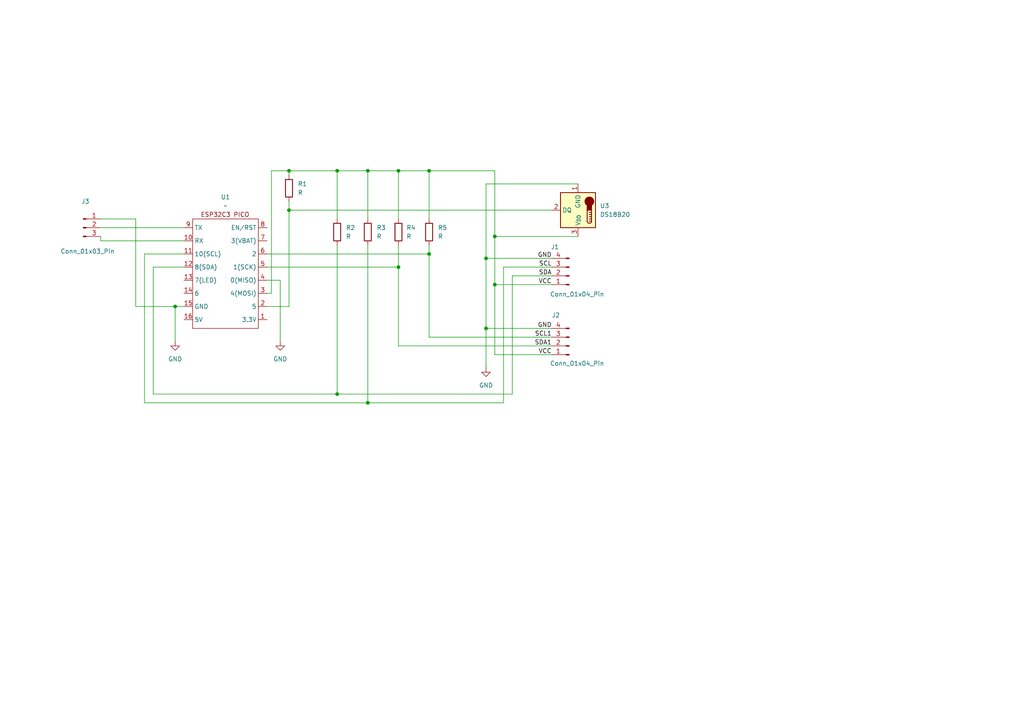
<source format=kicad_sch>
(kicad_sch (version 20250114) (generator "eeschema") (generator_version "9.0")
  (paper "A4")
  (lib_symbols
    (symbol "Connector:Conn_01x03_Pin" (pin_names (offset 1.016) (hide yes))
      (property "Reference" "J" (at 0 5.08 0))
      (property "Value" "Conn_01x03_Pin" (at 0 -5.08 0))
      (symbol "Conn_01x03_Pin_1_1"
        (rectangle (start 0.8636 2.667) (end 0 2.413) (stroke (width 0.1524)) (fill (type outline)))
        (rectangle (start 0.8636 0.127) (end 0 -0.127) (stroke (width 0.1524)) (fill (type outline)))
        (rectangle (start 0.8636 -2.413) (end 0 -2.667) (stroke (width 0.1524)) (fill (type outline)))
        (polyline (pts (xy 1.27 2.54) (xy 0.8636 2.54)) (stroke (width 0.1524)))
        (polyline (pts (xy 1.27 0) (xy 0.8636 0)) (stroke (width 0.1524)))
        (polyline (pts (xy 1.27 -2.54) (xy 0.8636 -2.54)) (stroke (width 0.1524)))
        (pin passive line (at 5.08 2.54 180) (length 3.81) (name "Pin_1") (number "1"))
        (pin passive line (at 5.08 0 180) (length 3.81) (name "Pin_2") (number "2"))
        (pin passive line (at 5.08 -2.54 180) (length 3.81) (name "Pin_3") (number "3"))
      )
    )
    (symbol "Connector:Conn_01x04_Pin" (pin_names (offset 1.016) (hide yes))
      (property "Reference" "J" (at 0 5.08 0))
      (property "Value" "Conn_01x04_Pin" (at 0 -7.62 0))
      (symbol "Conn_01x04_Pin_1_1"
        (rectangle (start 0.8636 2.667) (end 0 2.413) (stroke (width 0.1524)) (fill (type outline)))
        (rectangle (start 0.8636 0.127) (end 0 -0.127) (stroke (width 0.1524)) (fill (type outline)))
        (rectangle (start 0.8636 -2.413) (end 0 -2.667) (stroke (width 0.1524)) (fill (type outline)))
        (rectangle (start 0.8636 -4.953) (end 0 -5.207) (stroke (width 0.1524)) (fill (type outline)))
        (polyline (pts (xy 1.27 2.54) (xy 0.8636 2.54)) (stroke (width 0.1524)))
        (polyline (pts (xy 1.27 0) (xy 0.8636 0)) (stroke (width 0.1524)))
        (polyline (pts (xy 1.27 -2.54) (xy 0.8636 -2.54)) (stroke (width 0.1524)))
        (polyline (pts (xy 1.27 -5.08) (xy 0.8636 -5.08)) (stroke (width 0.1524)))
        (pin passive line (at 5.08 2.54 180) (length 3.81) (name "Pin_1") (number "1"))
        (pin passive line (at 5.08 0 180) (length 3.81) (name "Pin_2") (number "2"))
        (pin passive line (at 5.08 -2.54 180) (length 3.81) (name "Pin_3") (number "3"))
        (pin passive line (at 5.08 -5.08 180) (length 3.81) (name "Pin_4") (number "4"))
      )
    )
    (symbol "Device:R" (pin_numbers (hide yes)) (pin_names (offset 0))
      (property "Reference" "R" (at 2.032 0 90))
      (property "Value" "R" (at 0 0 90))
      (symbol "R_0_1"
        (rectangle (start -1.016 -2.54) (end 1.016 2.54) (stroke (width 0.254)))
      )
      (symbol "R_1_1"
        (pin passive line (at 0 3.81 270) (length 1.27) (name "~") (number "1"))
        (pin passive line (at 0 -3.81 90) (length 1.27) (name "~") (number "2"))
      )
    )
    (symbol "Sensor_Temperature:DS18B20"
      (property "Reference" "U" (at -3.81 6.35 0))
      (property "Value" "DS18B20" (at 6.35 6.35 0))
      (symbol "DS18B20_0_1"
        (rectangle (start -5.08 5.08) (end 5.08 -5.08) (stroke (width 0.254)) (fill (type background)))
        (polyline (pts (xy -3.937 3.175) (xy -3.937 0)) (stroke (width 0.254)))
        (polyline (pts (xy -3.937 3.175) (xy -3.302 3.175)) (stroke (width 0.254)))
        (polyline (pts (xy -3.937 2.54) (xy -3.302 2.54)) (stroke (width 0.254)))
        (polyline (pts (xy -3.937 1.905) (xy -3.302 1.905)) (stroke (width 0.254)))
        (polyline (pts (xy -3.937 1.27) (xy -3.302 1.27)) (stroke (width 0.254)))
        (polyline (pts (xy -3.937 0.635) (xy -3.302 0.635)) (stroke (width 0.254)))
        (arc (start -3.937 3.175) (mid -3.302 3.8073) (end -2.667 3.175) (stroke (width 0.254)))
        (circle (center -3.302 -2.54) (radius 1.27) (stroke (width 0.254)) (fill (type outline)))
        (polyline (pts (xy -2.667 3.175) (xy -2.667 0)) (stroke (width 0.254)))
        (rectangle (start -2.667 -1.905) (end -3.937 0) (stroke (width 0.254)) (fill (type outline)))
      )
      (symbol "DS18B20_1_1"
        (pin power_in line (at 0 7.62 270) (length 2.54) (name "V_{DD}") (number "3"))
        (pin power_in line (at 0 -7.62 90) (length 2.54) (name "GND") (number "1"))
        (pin bidirectional line (at 7.62 0 180) (length 2.54) (name "DQ") (number "2"))
      )
    )
    (symbol "power:GND" (power) (pin_numbers (hide yes)) (pin_names (offset 0) (hide yes))
      (property "Value" "GND" (at 0 -3.81 0))
      (symbol "GND_0_1"
        (polyline (pts (xy 0 0) (xy 0 -1.27) (xy 1.27 -1.27) (xy 0 -2.54) (xy -1.27 -1.27) (xy 0 -1.27)))
      )
      (symbol "GND_1_1"
        (pin power_in line (at 0 0 270) (length 0) (name "~") (number "1"))
      )
    )
    (symbol "pressuremon_library:ESP32C3-pico"
      (property "Reference" "U1" (at 0.254 21.082 0))
      (property "Value" "~" (at 5.715 20.32 0))
      (symbol "ESP32C3-pico_0_1"
        (rectangle (start -3.81 16.51) (end 15.24 -15.24))
      )
      (symbol "ESP32C3-pico_1_1"
        (text "ESP32C3 PICO" (at 5.588 17.78 0) (effects (font (size 1.27 1.27))))
        (pin bidirectional line (at -6.35 13.97 0) (length 2.54) (name "TX") (number "9"))
        (pin bidirectional line (at -6.35 10.16 0) (length 2.54) (name "RX") (number "10"))
        (pin bidirectional line (at -6.35 6.35 0) (length 2.54) (name "10(SCL)") (number "11"))
        (pin bidirectional line (at -6.35 2.54 0) (length 2.54) (name "8(SDA)") (number "12"))
        (pin bidirectional line (at -6.35 -1.27 0) (length 2.54) (name "7(LED)") (number "13"))
        (pin bidirectional line (at -6.35 -5.08 0) (length 2.54) (name "6") (number "14"))
        (pin power_in line (at -6.35 -8.89 0) (length 2.54) (name "GND") (number "15"))
        (pin power_in line (at -6.35 -12.7 0) (length 2.54) (name "5V") (number "16"))
        (pin bidirectional line (at 17.78 13.97 180) (length 2.54) (name "EN/RST") (number "8"))
        (pin bidirectional line (at 17.78 10.16 180) (length 2.54) (name "3(VBAT)") (number "7"))
        (pin bidirectional line (at 17.78 6.35 180) (length 2.54) (name "2") (number "6"))
        (pin bidirectional line (at 17.78 2.54 180) (length 2.54) (name "1(SCK)") (number "5"))
        (pin bidirectional line (at 17.78 -1.27 180) (length 2.54) (name "0(MISO)") (number "4"))
        (pin bidirectional line (at 17.78 -5.08 180) (length 2.54) (name "4(MOSI)") (number "3"))
        (pin bidirectional line (at 17.78 -8.89 180) (length 2.54) (name "5") (number "2"))
        (pin power_out line (at 17.78 -12.7 180) (length 2.54) (name "3.3V") (number "1"))
      )
    )
  )
  (junction (at 97.79 114.3))
  (junction (at 115.57 77.47))
  (junction (at 140.97 74.93))
  (junction (at 83.82 60.96))
  (junction (at 50.8 88.9))
  (junction (at 106.68 49.53))
  (junction (at 106.68 116.84))
  (junction (at 143.51 68.58))
  (junction (at 115.57 49.53))
  (junction (at 143.51 82.55))
  (junction (at 140.97 95.25))
  (junction (at 83.82 49.53))
  (junction (at 124.46 73.66))
  (junction (at 124.46 49.53))
  (junction (at 97.79 49.53))
  (wire (pts (xy 97.79 49.53) (xy 97.79 63.5)))
  (wire (pts (xy 97.79 114.3) (xy 148.59 114.3)))
  (wire (pts (xy 140.97 74.93) (xy 140.97 95.25)))
  (wire (pts (xy 115.57 77.47) (xy 115.57 100.33)))
  (wire (pts (xy 143.51 102.87) (xy 143.51 82.55)))
  (wire (pts (xy 115.57 100.33) (xy 160.02 100.33)))
  (wire (pts (xy 97.79 49.53) (xy 106.68 49.53)))
  (wire (pts (xy 39.37 88.9) (xy 50.8 88.9)))
  (wire (pts (xy 124.46 73.66) (xy 124.46 97.79)))
  (wire (pts (xy 29.21 63.5) (xy 39.37 63.5)))
  (wire (pts (xy 81.28 81.28) (xy 81.28 99.06)))
  (wire (pts (xy 160.02 82.55) (xy 143.51 82.55)))
  (wire (pts (xy 106.68 49.53) (xy 106.68 63.5)))
  (wire (pts (xy 53.34 88.9) (xy 50.8 88.9)))
  (wire (pts (xy 160.02 74.93) (xy 140.97 74.93)))
  (wire (pts (xy 143.51 49.53) (xy 143.51 68.58)))
  (wire (pts (xy 146.05 116.84) (xy 146.05 77.47)))
  (wire (pts (xy 124.46 49.53) (xy 124.46 63.5)))
  (wire (pts (xy 44.45 114.3) (xy 97.79 114.3)))
  (wire (pts (xy 124.46 49.53) (xy 143.51 49.53)))
  (wire (pts (xy 140.97 95.25) (xy 140.97 106.68)))
  (wire (pts (xy 83.82 60.96) (xy 160.02 60.96)))
  (wire (pts (xy 83.82 58.42) (xy 83.82 60.96)))
  (wire (pts (xy 29.21 69.85) (xy 53.34 69.85)))
  (wire (pts (xy 78.74 85.09) (xy 77.47 85.09)))
  (wire (pts (xy 44.45 77.47) (xy 44.45 114.3)))
  (wire (pts (xy 148.59 80.01) (xy 160.02 80.01)))
  (wire (pts (xy 44.45 77.47) (xy 53.34 77.47)))
  (wire (pts (xy 115.57 49.53) (xy 115.57 63.5)))
  (wire (pts (xy 143.51 68.58) (xy 143.51 82.55)))
  (wire (pts (xy 41.91 116.84) (xy 41.91 73.66)))
  (wire (pts (xy 83.82 88.9) (xy 77.47 88.9)))
  (wire (pts (xy 160.02 102.87) (xy 143.51 102.87)))
  (wire (pts (xy 78.74 49.53) (xy 83.82 49.53)))
  (wire (pts (xy 77.47 73.66) (xy 124.46 73.66)))
  (wire (pts (xy 146.05 77.47) (xy 160.02 77.47)))
  (wire (pts (xy 124.46 71.12) (xy 124.46 73.66)))
  (wire (pts (xy 29.21 66.04) (xy 53.34 66.04)))
  (wire (pts (xy 83.82 49.53) (xy 97.79 49.53)))
  (wire (pts (xy 106.68 49.53) (xy 115.57 49.53)))
  (wire (pts (xy 148.59 114.3) (xy 148.59 80.01)))
  (wire (pts (xy 77.47 77.47) (xy 115.57 77.47)))
  (wire (pts (xy 78.74 85.09) (xy 78.74 49.53)))
  (wire (pts (xy 50.8 88.9) (xy 50.8 99.06)))
  (wire (pts (xy 39.37 63.5) (xy 39.37 88.9)))
  (wire (pts (xy 140.97 53.34) (xy 167.64 53.34)))
  (wire (pts (xy 143.51 68.58) (xy 167.64 68.58)))
  (wire (pts (xy 41.91 116.84) (xy 106.68 116.84)))
  (wire (pts (xy 83.82 49.53) (xy 83.82 50.8)))
  (wire (pts (xy 124.46 97.79) (xy 160.02 97.79)))
  (wire (pts (xy 106.68 71.12) (xy 106.68 116.84)))
  (wire (pts (xy 106.68 116.84) (xy 146.05 116.84)))
  (wire (pts (xy 77.47 81.28) (xy 81.28 81.28)))
  (wire (pts (xy 83.82 60.96) (xy 83.82 88.9)))
  (wire (pts (xy 97.79 71.12) (xy 97.79 114.3)))
  (wire (pts (xy 29.21 69.85) (xy 29.21 68.58)))
  (wire (pts (xy 41.91 73.66) (xy 53.34 73.66)))
  (wire (pts (xy 160.02 95.25) (xy 140.97 95.25)))
  (wire (pts (xy 115.57 49.53) (xy 124.46 49.53)))
  (wire (pts (xy 115.57 71.12) (xy 115.57 77.47)))
  (wire (pts (xy 140.97 53.34) (xy 140.97 74.93)))
  (label "SDA1" (at 160.02 100.33 180))
  (label "SDA" (at 160.02 80.01 180))
  (label "GND" (at 160.02 95.25 180))
  (label "SCL1" (at 160.02 97.79 180))
  (label "VCC" (at 160.02 102.87 180))
  (label "GND" (at 160.02 74.93 180))
  (label "SCL" (at 160.02 77.47 180))
  (label "VCC" (at 160.02 82.55 180))
  (symbol (lib_id "power:GND") (at 81.28 99.06 0) (unit 1)
    (property "Reference" "#PWR5" (effects (hide yes)))
    (property "Value" "GND" (at 81.28 104.14 0))
    (property "Description" "Power symbol creates a global label with name \"GND\" , ground" (effects (hide yes)))
  )
  (symbol (lib_id "Sensor_Temperature:DS18B20") (at 167.64 60.96 180) (unit 1)
    (property "Reference" "U3" (at 173.99 59.6899 0) (effects (justify right)))
    (property "Value" "DS18B20" (at 173.99 62.2299 0) (effects (justify right)))
    (property "Footprint" "Package_TO_SOT_THT:TO-92_Inline" (effects (hide yes)))
    (property "Datasheet" "http://datasheets.maximintegrated.com/en/ds/DS18B20.pdf" (effects (hide yes)))
    (property "Description" "Programmable Resolution 1-Wire Digital Thermometer TO-92" (effects (hide yes)))
  )
  (symbol (lib_id "Device:R") (at 124.46 67.31 0) (unit 1)
    (property "Reference" "R5" (at 127 66.0399 0) (effects (justify left)))
    (property "Value" "R" (at 127 68.5799 0) (effects (justify left)))
    (property "Footprint" "Resistor_THT:R_Axial_DIN0204_L3.6mm_D1.6mm_P7.62mm_Horizontal" (effects (hide yes)))
    (property "Description" "Resistor" (effects (hide yes)))
  )
  (symbol (lib_id "Device:R") (at 97.79 67.31 0) (unit 1)
    (property "Reference" "R2" (at 100.33 66.0399 0) (effects (justify left)))
    (property "Value" "R" (at 100.33 68.5799 0) (effects (justify left)))
    (property "Footprint" "Resistor_THT:R_Axial_DIN0204_L3.6mm_D1.6mm_P7.62mm_Horizontal" (effects (hide yes)))
    (property "Description" "Resistor" (effects (hide yes)))
  )
  (symbol (lib_id "Device:R") (at 106.68 67.31 0) (unit 1)
    (property "Reference" "R3" (at 109.22 66.0399 0) (effects (justify left)))
    (property "Value" "R" (at 109.22 68.5799 0) (effects (justify left)))
    (property "Footprint" "Resistor_THT:R_Axial_DIN0204_L3.6mm_D1.6mm_P7.62mm_Horizontal" (effects (hide yes)))
    (property "Description" "Resistor" (effects (hide yes)))
  )
  (symbol (lib_id "Connector:Conn_01x04_Pin") (at 165.1 100.33 180) (unit 1)
    (property "Reference" "J2" (at 160.02 91.44 0) (effects (justify right)))
    (property "Value" "Conn_01x04_Pin" (at 159.512 105.41 0) (effects (justify right)))
    (property "Footprint" "Connector_PinHeader_2.54mm:PinHeader_1x04_P2.54mm_Vertical" (effects (hide yes)))
    (property "Description" "Generic connector, single row, 01x04, script generated" (effects (hide yes)))
  )
  (symbol (lib_id "pressuremon_library:ESP32C3-pico") (at 59.69 80.01 0) (unit 1)
    (property "Reference" "U1" (at 65.405 57.15 0))
    (property "Value" "~" (at 65.405 59.69 0))
    (property "Footprint" "pressuremon_library:ESP32C3-pico" (effects (hide yes)))
  )
  (symbol (lib_id "Connector:Conn_01x04_Pin") (at 165.1 80.01 180) (unit 1)
    (property "Reference" "J1" (at 159.766 71.628 0) (effects (justify right)))
    (property "Value" "Conn_01x04_Pin" (at 159.512 85.344 0) (effects (justify right)))
    (property "Footprint" "Connector_PinHeader_2.54mm:PinHeader_1x04_P2.54mm_Vertical" (effects (hide yes)))
    (property "Description" "Generic connector, single row, 01x04, script generated" (effects (hide yes)))
  )
  (symbol (lib_id "Device:R") (at 115.57 67.31 0) (unit 1)
    (property "Reference" "R4" (at 117.856 66.04 0) (effects (justify left)))
    (property "Value" "R" (at 117.856 68.58 0) (effects (justify left)))
    (property "Footprint" "Resistor_THT:R_Axial_DIN0204_L3.6mm_D1.6mm_P7.62mm_Horizontal" (effects (hide yes)))
    (property "Description" "Resistor" (effects (hide yes)))
  )
  (symbol (lib_id "power:GND") (at 140.97 106.68 0) (unit 1)
    (property "Reference" "#PWR1" (effects (hide yes)))
    (property "Value" "GND" (at 140.97 111.76 0))
    (property "Description" "Power symbol creates a global label with name \"GND\" , ground" (effects (hide yes)))
  )
  (symbol (lib_id "Device:R") (at 83.82 54.61 0) (unit 1)
    (property "Reference" "R1" (at 86.36 53.3399 0) (effects (justify left)))
    (property "Value" "R" (at 86.36 55.8799 0) (effects (justify left)))
    (property "Footprint" "Resistor_THT:R_Axial_DIN0204_L3.6mm_D1.6mm_P7.62mm_Horizontal" (effects (hide yes)))
    (property "Description" "Resistor" (effects (hide yes)))
  )
  (symbol (lib_id "power:GND") (at 50.8 99.06 0) (unit 1)
    (property "Reference" "#PWR2" (effects (hide yes)))
    (property "Value" "GND" (at 50.8 104.14 0))
    (property "Description" "Power symbol creates a global label with name \"GND\" , ground" (effects (hide yes)))
  )
  (symbol (lib_id "Connector:Conn_01x03_Pin") (at 24.13 66.04 0) (unit 1)
    (property "Reference" "J3" (at 24.765 58.42 0))
    (property "Value" "Conn_01x03_Pin" (at 25.4 72.898 0))
    (property "Footprint" "Connector_PinHeader_2.54mm:PinHeader_1x03_P2.54mm_Vertical" (effects (hide yes)))
    (property "Description" "Generic connector, single row, 01x03, script generated" (effects (hide yes)))
  )
)
</source>
